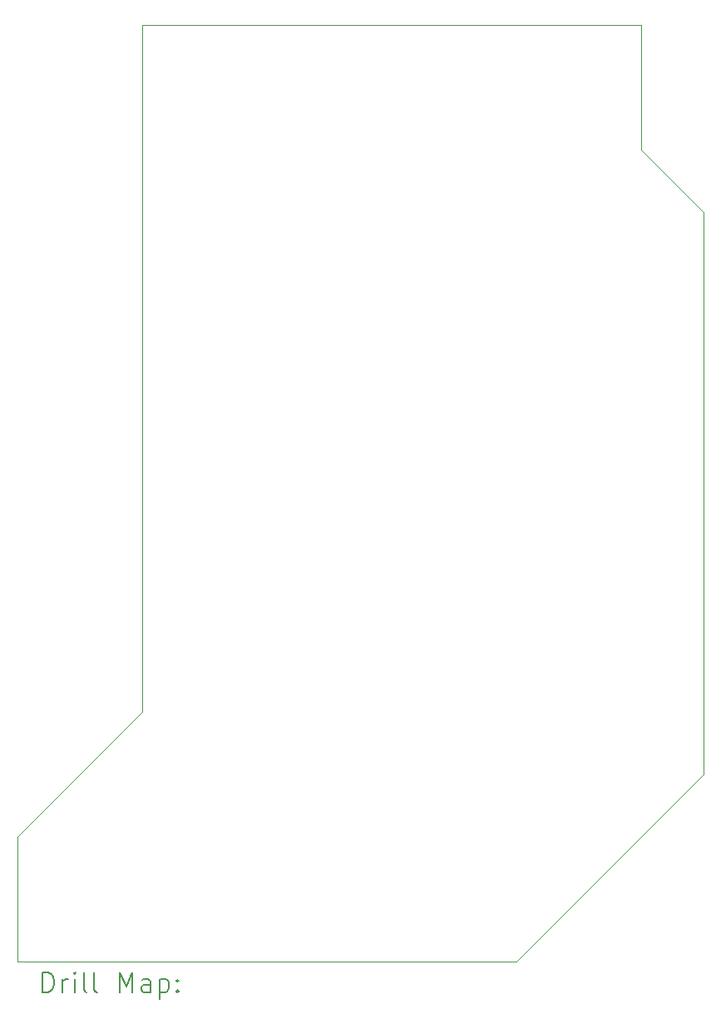
<source format=gbr>
%TF.GenerationSoftware,KiCad,Pcbnew,9.0.2*%
%TF.CreationDate,2025-07-03T22:57:50-04:00*%
%TF.ProjectId,RamBanks,52616d42-616e-46b7-932e-6b696361645f,A*%
%TF.SameCoordinates,Original*%
%TF.FileFunction,Drillmap*%
%TF.FilePolarity,Positive*%
%FSLAX45Y45*%
G04 Gerber Fmt 4.5, Leading zero omitted, Abs format (unit mm)*
G04 Created by KiCad (PCBNEW 9.0.2) date 2025-07-03 22:57:50*
%MOMM*%
%LPD*%
G01*
G04 APERTURE LIST*
%ADD10C,0.050000*%
%ADD11C,0.200000*%
G04 APERTURE END LIST*
D10*
X16700500Y-5930900D02*
X17335500Y-6565900D01*
X17335500Y-12280900D01*
X15430500Y-14185900D01*
X10350500Y-14185900D01*
X10350500Y-12915900D01*
X11620500Y-11645900D01*
X11620500Y-4660900D01*
X16700500Y-4660900D01*
X16700500Y-5930900D01*
D11*
X10608777Y-14499884D02*
X10608777Y-14299884D01*
X10608777Y-14299884D02*
X10656396Y-14299884D01*
X10656396Y-14299884D02*
X10684967Y-14309408D01*
X10684967Y-14309408D02*
X10704015Y-14328455D01*
X10704015Y-14328455D02*
X10713539Y-14347503D01*
X10713539Y-14347503D02*
X10723063Y-14385598D01*
X10723063Y-14385598D02*
X10723063Y-14414169D01*
X10723063Y-14414169D02*
X10713539Y-14452265D01*
X10713539Y-14452265D02*
X10704015Y-14471312D01*
X10704015Y-14471312D02*
X10684967Y-14490360D01*
X10684967Y-14490360D02*
X10656396Y-14499884D01*
X10656396Y-14499884D02*
X10608777Y-14499884D01*
X10808777Y-14499884D02*
X10808777Y-14366550D01*
X10808777Y-14404646D02*
X10818301Y-14385598D01*
X10818301Y-14385598D02*
X10827824Y-14376074D01*
X10827824Y-14376074D02*
X10846872Y-14366550D01*
X10846872Y-14366550D02*
X10865920Y-14366550D01*
X10932586Y-14499884D02*
X10932586Y-14366550D01*
X10932586Y-14299884D02*
X10923063Y-14309408D01*
X10923063Y-14309408D02*
X10932586Y-14318931D01*
X10932586Y-14318931D02*
X10942110Y-14309408D01*
X10942110Y-14309408D02*
X10932586Y-14299884D01*
X10932586Y-14299884D02*
X10932586Y-14318931D01*
X11056396Y-14499884D02*
X11037348Y-14490360D01*
X11037348Y-14490360D02*
X11027824Y-14471312D01*
X11027824Y-14471312D02*
X11027824Y-14299884D01*
X11161158Y-14499884D02*
X11142110Y-14490360D01*
X11142110Y-14490360D02*
X11132586Y-14471312D01*
X11132586Y-14471312D02*
X11132586Y-14299884D01*
X11389729Y-14499884D02*
X11389729Y-14299884D01*
X11389729Y-14299884D02*
X11456396Y-14442741D01*
X11456396Y-14442741D02*
X11523062Y-14299884D01*
X11523062Y-14299884D02*
X11523062Y-14499884D01*
X11704015Y-14499884D02*
X11704015Y-14395122D01*
X11704015Y-14395122D02*
X11694491Y-14376074D01*
X11694491Y-14376074D02*
X11675443Y-14366550D01*
X11675443Y-14366550D02*
X11637348Y-14366550D01*
X11637348Y-14366550D02*
X11618301Y-14376074D01*
X11704015Y-14490360D02*
X11684967Y-14499884D01*
X11684967Y-14499884D02*
X11637348Y-14499884D01*
X11637348Y-14499884D02*
X11618301Y-14490360D01*
X11618301Y-14490360D02*
X11608777Y-14471312D01*
X11608777Y-14471312D02*
X11608777Y-14452265D01*
X11608777Y-14452265D02*
X11618301Y-14433217D01*
X11618301Y-14433217D02*
X11637348Y-14423693D01*
X11637348Y-14423693D02*
X11684967Y-14423693D01*
X11684967Y-14423693D02*
X11704015Y-14414169D01*
X11799253Y-14366550D02*
X11799253Y-14566550D01*
X11799253Y-14376074D02*
X11818301Y-14366550D01*
X11818301Y-14366550D02*
X11856396Y-14366550D01*
X11856396Y-14366550D02*
X11875443Y-14376074D01*
X11875443Y-14376074D02*
X11884967Y-14385598D01*
X11884967Y-14385598D02*
X11894491Y-14404646D01*
X11894491Y-14404646D02*
X11894491Y-14461788D01*
X11894491Y-14461788D02*
X11884967Y-14480836D01*
X11884967Y-14480836D02*
X11875443Y-14490360D01*
X11875443Y-14490360D02*
X11856396Y-14499884D01*
X11856396Y-14499884D02*
X11818301Y-14499884D01*
X11818301Y-14499884D02*
X11799253Y-14490360D01*
X11980205Y-14480836D02*
X11989729Y-14490360D01*
X11989729Y-14490360D02*
X11980205Y-14499884D01*
X11980205Y-14499884D02*
X11970682Y-14490360D01*
X11970682Y-14490360D02*
X11980205Y-14480836D01*
X11980205Y-14480836D02*
X11980205Y-14499884D01*
X11980205Y-14376074D02*
X11989729Y-14385598D01*
X11989729Y-14385598D02*
X11980205Y-14395122D01*
X11980205Y-14395122D02*
X11970682Y-14385598D01*
X11970682Y-14385598D02*
X11980205Y-14376074D01*
X11980205Y-14376074D02*
X11980205Y-14395122D01*
M02*

</source>
